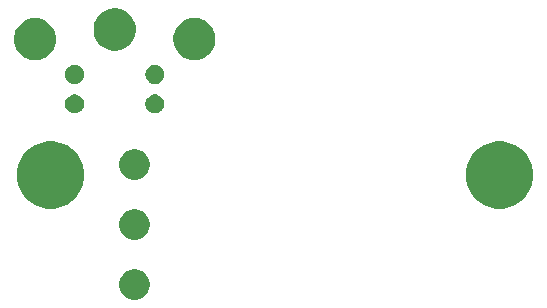
<source format=gbr>
G04 #@! TF.GenerationSoftware,KiCad,Pcbnew,(5.1.4)-1*
G04 #@! TF.CreationDate,2020-11-04T22:22:01+01:00*
G04 #@! TF.ProjectId,S-VHS ZX Spectrum Rev. D,532d5648-5320-45a5-9820-537065637472,rev?*
G04 #@! TF.SameCoordinates,Original*
G04 #@! TF.FileFunction,Soldermask,Bot*
G04 #@! TF.FilePolarity,Negative*
%FSLAX46Y46*%
G04 Gerber Fmt 4.6, Leading zero omitted, Abs format (unit mm)*
G04 Created by KiCad (PCBNEW (5.1.4)-1) date 2020-11-04 22:22:01*
%MOMM*%
%LPD*%
G04 APERTURE LIST*
%ADD10C,0.150000*%
G04 APERTURE END LIST*
D10*
G36*
X146429393Y-110509304D02*
G01*
X146666101Y-110607352D01*
X146666103Y-110607353D01*
X146879135Y-110749696D01*
X147060304Y-110930865D01*
X147202647Y-111143897D01*
X147202648Y-111143899D01*
X147300696Y-111380607D01*
X147350680Y-111631893D01*
X147350680Y-111888107D01*
X147300696Y-112139393D01*
X147202648Y-112376101D01*
X147202647Y-112376103D01*
X147060304Y-112589135D01*
X146879135Y-112770304D01*
X146666103Y-112912647D01*
X146666102Y-112912648D01*
X146666101Y-112912648D01*
X146429393Y-113010696D01*
X146178107Y-113060680D01*
X145921893Y-113060680D01*
X145670607Y-113010696D01*
X145433899Y-112912648D01*
X145433898Y-112912648D01*
X145433897Y-112912647D01*
X145220865Y-112770304D01*
X145039696Y-112589135D01*
X144897353Y-112376103D01*
X144897352Y-112376101D01*
X144799304Y-112139393D01*
X144749320Y-111888107D01*
X144749320Y-111631893D01*
X144799304Y-111380607D01*
X144897352Y-111143899D01*
X144897353Y-111143897D01*
X145039696Y-110930865D01*
X145220865Y-110749696D01*
X145433897Y-110607353D01*
X145433899Y-110607352D01*
X145670607Y-110509304D01*
X145921893Y-110459320D01*
X146178107Y-110459320D01*
X146429393Y-110509304D01*
X146429393Y-110509304D01*
G37*
G36*
X146429393Y-105429304D02*
G01*
X146666101Y-105527352D01*
X146666103Y-105527353D01*
X146879135Y-105669696D01*
X147060304Y-105850865D01*
X147202647Y-106063897D01*
X147202648Y-106063899D01*
X147300696Y-106300607D01*
X147350680Y-106551893D01*
X147350680Y-106808107D01*
X147300696Y-107059393D01*
X147202648Y-107296101D01*
X147202647Y-107296103D01*
X147060304Y-107509135D01*
X146879135Y-107690304D01*
X146666103Y-107832647D01*
X146666102Y-107832648D01*
X146666101Y-107832648D01*
X146429393Y-107930696D01*
X146178107Y-107980680D01*
X145921893Y-107980680D01*
X145670607Y-107930696D01*
X145433899Y-107832648D01*
X145433898Y-107832648D01*
X145433897Y-107832647D01*
X145220865Y-107690304D01*
X145039696Y-107509135D01*
X144897353Y-107296103D01*
X144897352Y-107296101D01*
X144799304Y-107059393D01*
X144749320Y-106808107D01*
X144749320Y-106551893D01*
X144799304Y-106300607D01*
X144897352Y-106063899D01*
X144897353Y-106063897D01*
X145039696Y-105850865D01*
X145220865Y-105669696D01*
X145433897Y-105527353D01*
X145433899Y-105527352D01*
X145670607Y-105429304D01*
X145921893Y-105379320D01*
X146178107Y-105379320D01*
X146429393Y-105429304D01*
X146429393Y-105429304D01*
G37*
G36*
X177506202Y-99692781D02*
G01*
X177781606Y-99747562D01*
X178300455Y-99962476D01*
X178767407Y-100274484D01*
X179164516Y-100671593D01*
X179476524Y-101138545D01*
X179691438Y-101657394D01*
X179801000Y-102208201D01*
X179801000Y-102769799D01*
X179691438Y-103320606D01*
X179476524Y-103839455D01*
X179164516Y-104306407D01*
X178767407Y-104703516D01*
X178300455Y-105015524D01*
X177781606Y-105230438D01*
X177230800Y-105340000D01*
X176669200Y-105340000D01*
X176118394Y-105230438D01*
X175599545Y-105015524D01*
X175132593Y-104703516D01*
X174735484Y-104306407D01*
X174423476Y-103839455D01*
X174208562Y-103320606D01*
X174099000Y-102769799D01*
X174099000Y-102208201D01*
X174208562Y-101657394D01*
X174423476Y-101138545D01*
X174735484Y-100671593D01*
X175132593Y-100274484D01*
X175599545Y-99962476D01*
X176118394Y-99747562D01*
X176669200Y-99638000D01*
X177230800Y-99638000D01*
X177506202Y-99692781D01*
X177506202Y-99692781D01*
G37*
G36*
X139494202Y-99692781D02*
G01*
X139769606Y-99747562D01*
X140288455Y-99962476D01*
X140755407Y-100274484D01*
X141152516Y-100671593D01*
X141464524Y-101138545D01*
X141679438Y-101657394D01*
X141789000Y-102208201D01*
X141789000Y-102769799D01*
X141679438Y-103320606D01*
X141464524Y-103839455D01*
X141152516Y-104306407D01*
X140755407Y-104703516D01*
X140288455Y-105015524D01*
X139769606Y-105230438D01*
X139218800Y-105340000D01*
X138657200Y-105340000D01*
X138106394Y-105230438D01*
X137587545Y-105015524D01*
X137120593Y-104703516D01*
X136723484Y-104306407D01*
X136411476Y-103839455D01*
X136196562Y-103320606D01*
X136087000Y-102769799D01*
X136087000Y-102208201D01*
X136196562Y-101657394D01*
X136411476Y-101138545D01*
X136723484Y-100671593D01*
X137120593Y-100274484D01*
X137587545Y-99962476D01*
X138106394Y-99747562D01*
X138657200Y-99638000D01*
X139218800Y-99638000D01*
X139494202Y-99692781D01*
X139494202Y-99692781D01*
G37*
G36*
X146429393Y-100349304D02*
G01*
X146666101Y-100447352D01*
X146666103Y-100447353D01*
X146879135Y-100589696D01*
X147060304Y-100770865D01*
X147202647Y-100983897D01*
X147202648Y-100983899D01*
X147300696Y-101220607D01*
X147350680Y-101471893D01*
X147350680Y-101728107D01*
X147300696Y-101979393D01*
X147205921Y-102208200D01*
X147202647Y-102216103D01*
X147060304Y-102429135D01*
X146879135Y-102610304D01*
X146666103Y-102752647D01*
X146666102Y-102752648D01*
X146666101Y-102752648D01*
X146429393Y-102850696D01*
X146178107Y-102900680D01*
X145921893Y-102900680D01*
X145670607Y-102850696D01*
X145433899Y-102752648D01*
X145433898Y-102752648D01*
X145433897Y-102752647D01*
X145220865Y-102610304D01*
X145039696Y-102429135D01*
X144897353Y-102216103D01*
X144894079Y-102208200D01*
X144799304Y-101979393D01*
X144749320Y-101728107D01*
X144749320Y-101471893D01*
X144799304Y-101220607D01*
X144897352Y-100983899D01*
X144897353Y-100983897D01*
X145039696Y-100770865D01*
X145220865Y-100589696D01*
X145433897Y-100447353D01*
X145433899Y-100447352D01*
X145670607Y-100349304D01*
X145921893Y-100299320D01*
X146178107Y-100299320D01*
X146429393Y-100349304D01*
X146429393Y-100349304D01*
G37*
G36*
X148003642Y-95709781D02*
G01*
X148149414Y-95770162D01*
X148149416Y-95770163D01*
X148280608Y-95857822D01*
X148392178Y-95969392D01*
X148479837Y-96100584D01*
X148479838Y-96100586D01*
X148540219Y-96246358D01*
X148571000Y-96401107D01*
X148571000Y-96558893D01*
X148540219Y-96713642D01*
X148479838Y-96859414D01*
X148479837Y-96859416D01*
X148392178Y-96990608D01*
X148280608Y-97102178D01*
X148149416Y-97189837D01*
X148149415Y-97189838D01*
X148149414Y-97189838D01*
X148003642Y-97250219D01*
X147848893Y-97281000D01*
X147691107Y-97281000D01*
X147536358Y-97250219D01*
X147390586Y-97189838D01*
X147390585Y-97189838D01*
X147390584Y-97189837D01*
X147259392Y-97102178D01*
X147147822Y-96990608D01*
X147060163Y-96859416D01*
X147060162Y-96859414D01*
X146999781Y-96713642D01*
X146969000Y-96558893D01*
X146969000Y-96401107D01*
X146999781Y-96246358D01*
X147060162Y-96100586D01*
X147060163Y-96100584D01*
X147147822Y-95969392D01*
X147259392Y-95857822D01*
X147390584Y-95770163D01*
X147390586Y-95770162D01*
X147536358Y-95709781D01*
X147691107Y-95679000D01*
X147848893Y-95679000D01*
X148003642Y-95709781D01*
X148003642Y-95709781D01*
G37*
G36*
X141203642Y-95709781D02*
G01*
X141349414Y-95770162D01*
X141349416Y-95770163D01*
X141480608Y-95857822D01*
X141592178Y-95969392D01*
X141679837Y-96100584D01*
X141679838Y-96100586D01*
X141740219Y-96246358D01*
X141771000Y-96401107D01*
X141771000Y-96558893D01*
X141740219Y-96713642D01*
X141679838Y-96859414D01*
X141679837Y-96859416D01*
X141592178Y-96990608D01*
X141480608Y-97102178D01*
X141349416Y-97189837D01*
X141349415Y-97189838D01*
X141349414Y-97189838D01*
X141203642Y-97250219D01*
X141048893Y-97281000D01*
X140891107Y-97281000D01*
X140736358Y-97250219D01*
X140590586Y-97189838D01*
X140590585Y-97189838D01*
X140590584Y-97189837D01*
X140459392Y-97102178D01*
X140347822Y-96990608D01*
X140260163Y-96859416D01*
X140260162Y-96859414D01*
X140199781Y-96713642D01*
X140169000Y-96558893D01*
X140169000Y-96401107D01*
X140199781Y-96246358D01*
X140260162Y-96100586D01*
X140260163Y-96100584D01*
X140347822Y-95969392D01*
X140459392Y-95857822D01*
X140590584Y-95770163D01*
X140590586Y-95770162D01*
X140736358Y-95709781D01*
X140891107Y-95679000D01*
X141048893Y-95679000D01*
X141203642Y-95709781D01*
X141203642Y-95709781D01*
G37*
G36*
X141203642Y-93209781D02*
G01*
X141349414Y-93270162D01*
X141349416Y-93270163D01*
X141480608Y-93357822D01*
X141592178Y-93469392D01*
X141679837Y-93600584D01*
X141679838Y-93600586D01*
X141740219Y-93746358D01*
X141771000Y-93901107D01*
X141771000Y-94058893D01*
X141740219Y-94213642D01*
X141679838Y-94359414D01*
X141679837Y-94359416D01*
X141592178Y-94490608D01*
X141480608Y-94602178D01*
X141349416Y-94689837D01*
X141349415Y-94689838D01*
X141349414Y-94689838D01*
X141203642Y-94750219D01*
X141048893Y-94781000D01*
X140891107Y-94781000D01*
X140736358Y-94750219D01*
X140590586Y-94689838D01*
X140590585Y-94689838D01*
X140590584Y-94689837D01*
X140459392Y-94602178D01*
X140347822Y-94490608D01*
X140260163Y-94359416D01*
X140260162Y-94359414D01*
X140199781Y-94213642D01*
X140169000Y-94058893D01*
X140169000Y-93901107D01*
X140199781Y-93746358D01*
X140260162Y-93600586D01*
X140260163Y-93600584D01*
X140347822Y-93469392D01*
X140459392Y-93357822D01*
X140590584Y-93270163D01*
X140590586Y-93270162D01*
X140736358Y-93209781D01*
X140891107Y-93179000D01*
X141048893Y-93179000D01*
X141203642Y-93209781D01*
X141203642Y-93209781D01*
G37*
G36*
X148003642Y-93209781D02*
G01*
X148149414Y-93270162D01*
X148149416Y-93270163D01*
X148280608Y-93357822D01*
X148392178Y-93469392D01*
X148479837Y-93600584D01*
X148479838Y-93600586D01*
X148540219Y-93746358D01*
X148571000Y-93901107D01*
X148571000Y-94058893D01*
X148540219Y-94213642D01*
X148479838Y-94359414D01*
X148479837Y-94359416D01*
X148392178Y-94490608D01*
X148280608Y-94602178D01*
X148149416Y-94689837D01*
X148149415Y-94689838D01*
X148149414Y-94689838D01*
X148003642Y-94750219D01*
X147848893Y-94781000D01*
X147691107Y-94781000D01*
X147536358Y-94750219D01*
X147390586Y-94689838D01*
X147390585Y-94689838D01*
X147390584Y-94689837D01*
X147259392Y-94602178D01*
X147147822Y-94490608D01*
X147060163Y-94359416D01*
X147060162Y-94359414D01*
X146999781Y-94213642D01*
X146969000Y-94058893D01*
X146969000Y-93901107D01*
X146999781Y-93746358D01*
X147060162Y-93600586D01*
X147060163Y-93600584D01*
X147147822Y-93469392D01*
X147259392Y-93357822D01*
X147390584Y-93270163D01*
X147390586Y-93270162D01*
X147536358Y-93209781D01*
X147691107Y-93179000D01*
X147848893Y-93179000D01*
X148003642Y-93209781D01*
X148003642Y-93209781D01*
G37*
G36*
X138025372Y-89242193D02*
G01*
X138140228Y-89265039D01*
X138464804Y-89399482D01*
X138756915Y-89594665D01*
X139005335Y-89843085D01*
X139200518Y-90135196D01*
X139291836Y-90355659D01*
X139334961Y-90459773D01*
X139403500Y-90804339D01*
X139403500Y-91155661D01*
X139371424Y-91316915D01*
X139334961Y-91500228D01*
X139200518Y-91824804D01*
X139005335Y-92116915D01*
X138756915Y-92365335D01*
X138464804Y-92560518D01*
X138140228Y-92694961D01*
X138025372Y-92717807D01*
X137795661Y-92763500D01*
X137444339Y-92763500D01*
X137214628Y-92717807D01*
X137099772Y-92694961D01*
X136775196Y-92560518D01*
X136483085Y-92365335D01*
X136234665Y-92116915D01*
X136039482Y-91824804D01*
X135905039Y-91500228D01*
X135868576Y-91316915D01*
X135836500Y-91155661D01*
X135836500Y-90804339D01*
X135905039Y-90459773D01*
X135948164Y-90355659D01*
X136039482Y-90135196D01*
X136234665Y-89843085D01*
X136483085Y-89594665D01*
X136775196Y-89399482D01*
X137099772Y-89265039D01*
X137214628Y-89242193D01*
X137444339Y-89196500D01*
X137795661Y-89196500D01*
X138025372Y-89242193D01*
X138025372Y-89242193D01*
G37*
G36*
X151525372Y-89242193D02*
G01*
X151640228Y-89265039D01*
X151964804Y-89399482D01*
X152256915Y-89594665D01*
X152505335Y-89843085D01*
X152700518Y-90135196D01*
X152791836Y-90355659D01*
X152834961Y-90459773D01*
X152903500Y-90804339D01*
X152903500Y-91155661D01*
X152871424Y-91316915D01*
X152834961Y-91500228D01*
X152700518Y-91824804D01*
X152505335Y-92116915D01*
X152256915Y-92365335D01*
X151964804Y-92560518D01*
X151640228Y-92694961D01*
X151525372Y-92717807D01*
X151295661Y-92763500D01*
X150944339Y-92763500D01*
X150714628Y-92717807D01*
X150599772Y-92694961D01*
X150275196Y-92560518D01*
X149983085Y-92365335D01*
X149734665Y-92116915D01*
X149539482Y-91824804D01*
X149405039Y-91500228D01*
X149368576Y-91316915D01*
X149336500Y-91155661D01*
X149336500Y-90804339D01*
X149405039Y-90459773D01*
X149448164Y-90355659D01*
X149539482Y-90135196D01*
X149734665Y-89843085D01*
X149983085Y-89594665D01*
X150275196Y-89399482D01*
X150599772Y-89265039D01*
X150714628Y-89242193D01*
X150944339Y-89196500D01*
X151295661Y-89196500D01*
X151525372Y-89242193D01*
X151525372Y-89242193D01*
G37*
G36*
X144775372Y-88442193D02*
G01*
X144890228Y-88465039D01*
X145214804Y-88599482D01*
X145506915Y-88794665D01*
X145755335Y-89043085D01*
X145950518Y-89335196D01*
X146084961Y-89659772D01*
X146084961Y-89659773D01*
X146153500Y-90004339D01*
X146153500Y-90355661D01*
X146107807Y-90585372D01*
X146084961Y-90700228D01*
X145950518Y-91024804D01*
X145755335Y-91316915D01*
X145506915Y-91565335D01*
X145214804Y-91760518D01*
X144890228Y-91894961D01*
X144775372Y-91917807D01*
X144545661Y-91963500D01*
X144194339Y-91963500D01*
X143964628Y-91917807D01*
X143849772Y-91894961D01*
X143525196Y-91760518D01*
X143233085Y-91565335D01*
X142984665Y-91316915D01*
X142789482Y-91024804D01*
X142655039Y-90700228D01*
X142632193Y-90585372D01*
X142586500Y-90355661D01*
X142586500Y-90004339D01*
X142655039Y-89659773D01*
X142655039Y-89659772D01*
X142789482Y-89335196D01*
X142984665Y-89043085D01*
X143233085Y-88794665D01*
X143525196Y-88599482D01*
X143849772Y-88465039D01*
X143964628Y-88442193D01*
X144194339Y-88396500D01*
X144545661Y-88396500D01*
X144775372Y-88442193D01*
X144775372Y-88442193D01*
G37*
M02*

</source>
